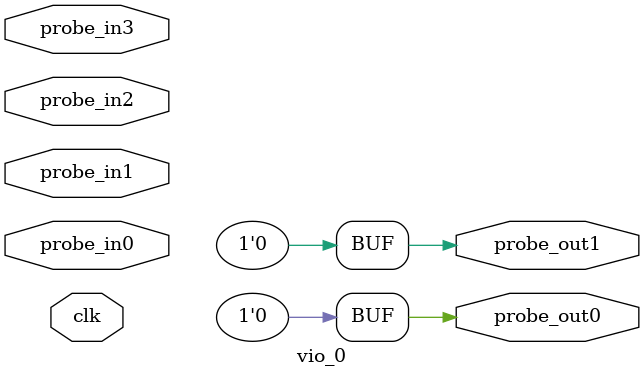
<source format=v>
`timescale 1ns / 1ps
module vio_0 (
clk,
probe_in0,probe_in1,probe_in2,probe_in3,
probe_out0,
probe_out1
);

input clk;
input [1 : 0] probe_in0;
input [23 : 0] probe_in1;
input [7 : 0] probe_in2;
input [31 : 0] probe_in3;

output reg [0 : 0] probe_out0 = 'h0 ;
output reg [0 : 0] probe_out1 = 'h0 ;


endmodule

</source>
